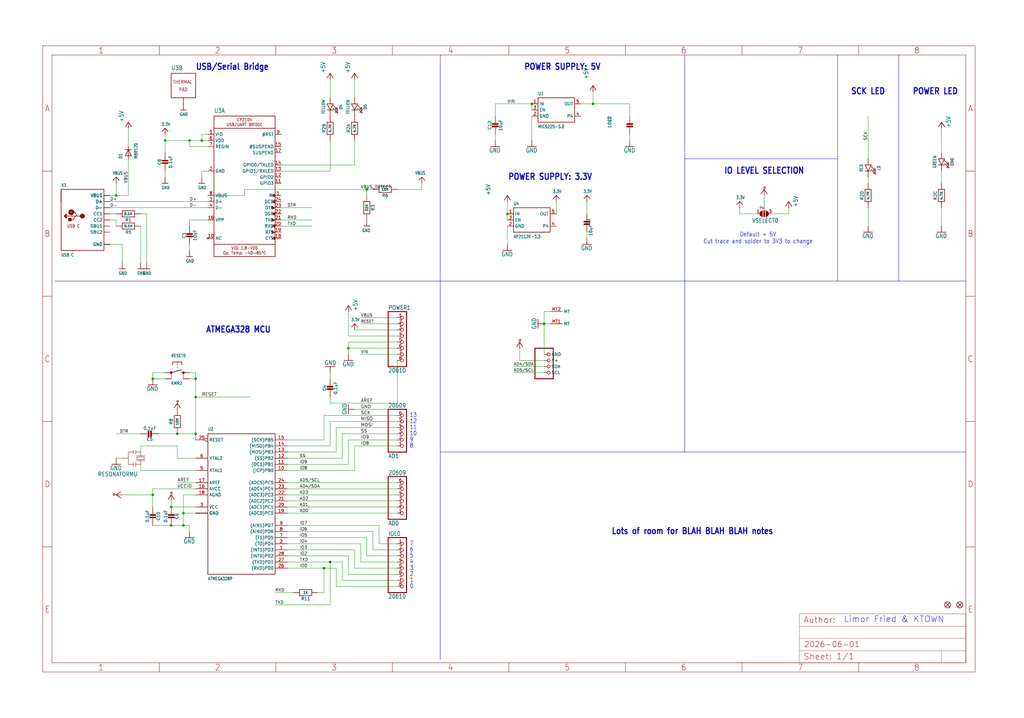
<source format=kicad_sch>
(kicad_sch (version 20230121) (generator eeschema)
  (paper "User" 425.45 298.602)
  (junction (at 81.28 157.48))
  (junction (at 81.28 180.34))
  (junction (at 210.82 88.9))
  (junction (at 78.74 58.42))
  (junction (at 220.98 43.18))
  (junction (at 76.2 213.36))
  (junction (at 63.5 157.48))
  (junction (at 81.28 165.1))
  (junction (at 63.5 205.74))
  (junction (at 152.4 78.74))
  (junction (at 144.78 144.78))
  (junction (at 76.2 218.44))
  (junction (at 83.82 58.42))
  (junction (at 134.62 236.22))
  (junction (at 71.12 210.82))
  (junction (at 71.12 218.44))
  (junction (at 73.66 180.34))
  (junction (at 137.16 233.68))
  (junction (at 68.58 58.42))
  (junction (at 226.06 134.62))
  (junction (at 48.26 81.28))
  (junction (at 246.38 43.18))
  (wire (pts (xy 81.28 182.88) (xy 81.28 180.34)) (stroke (width 0.1524)))
  (wire (pts (xy 48.26 91.44) (xy 48.26 93.98)) (stroke (width 0.1524)))
  (wire (pts (xy 226.06 152.4) (xy 213.36 152.4)) (stroke (width 0.1524)))
  (polyline (pts (xy 347.98 22.86) (xy 347.98 66.04)) (stroke (width 0.1524) (type solid)))
  (wire (pts (xy 81.28 203.2) (xy 63.5 203.2)) (stroke (width 0.1524)))
  (wire (pts (xy 45.72 91.44) (xy 48.26 91.44)) (stroke (width 0.1524)))
  (wire (pts (xy 165.1 243.84) (xy 139.7 243.84)) (stroke (width 0.1524)))
  (wire (pts (xy 152.4 223.52) (xy 152.4 231.14)) (stroke (width 0.1524)))
  (wire (pts (xy 116.84 86.36) (xy 129.54 86.36)) (stroke (width 0.1524)))
  (wire (pts (xy 50.8 101.6) (xy 45.72 101.6)) (stroke (width 0.1524)))
  (wire (pts (xy 58.42 93.98) (xy 58.42 109.22)) (stroke (width 0.1524)))
  (wire (pts (xy 152.4 231.14) (xy 165.1 231.14)) (stroke (width 0.1524)))
  (wire (pts (xy 50.8 109.22) (xy 50.8 101.6)) (stroke (width 0.1524)))
  (wire (pts (xy 53.34 66.04) (xy 53.34 81.28)) (stroke (width 0.1524)))
  (wire (pts (xy 137.16 185.42) (xy 137.16 175.26)) (stroke (width 0.1524)))
  (wire (pts (xy 76.2 213.36) (xy 81.28 213.36)) (stroke (width 0.1524)))
  (wire (pts (xy 165.1 167.64) (xy 137.16 167.64)) (stroke (width 0.1524)))
  (wire (pts (xy 134.62 172.72) (xy 165.1 172.72)) (stroke (width 0.1524)))
  (wire (pts (xy 149.86 147.32) (xy 165.1 147.32)) (stroke (width 0.1524)))
  (wire (pts (xy 226.06 154.94) (xy 213.36 154.94)) (stroke (width 0.1524)))
  (wire (pts (xy 119.38 190.5) (xy 142.24 190.5)) (stroke (width 0.1524)))
  (wire (pts (xy 86.36 91.44) (xy 78.74 91.44)) (stroke (width 0.1524)))
  (wire (pts (xy 81.28 205.74) (xy 76.2 205.74)) (stroke (width 0.1524)))
  (wire (pts (xy 71.12 210.82) (xy 71.12 208.28)) (stroke (width 0.1524)))
  (wire (pts (xy 327.66 86.36) (xy 327.66 88.9)) (stroke (width 0.1524)))
  (wire (pts (xy 134.62 246.38) (xy 132.08 246.38)) (stroke (width 0.1524)))
  (wire (pts (xy 134.62 246.38) (xy 134.62 236.22)) (stroke (width 0.1524)))
  (wire (pts (xy 165.1 233.68) (xy 149.86 233.68)) (stroke (width 0.1524)))
  (polyline (pts (xy 284.48 116.84) (xy 182.88 116.84)) (stroke (width 0.1524) (type solid)))
  (wire (pts (xy 165.1 213.36) (xy 119.38 213.36)) (stroke (width 0.1524)))
  (wire (pts (xy 165.1 228.6) (xy 154.94 228.6)) (stroke (width 0.1524)))
  (wire (pts (xy 165.1 182.88) (xy 144.78 182.88)) (stroke (width 0.1524)))
  (wire (pts (xy 147.32 40.64) (xy 147.32 33.02)) (stroke (width 0.1524)))
  (polyline (pts (xy 182.88 116.84) (xy 182.88 22.86)) (stroke (width 0.1524) (type solid)))
  (wire (pts (xy 137.16 175.26) (xy 165.1 175.26)) (stroke (width 0.1524)))
  (wire (pts (xy 149.86 226.06) (xy 119.38 226.06)) (stroke (width 0.1524)))
  (wire (pts (xy 81.28 195.58) (xy 58.42 195.58)) (stroke (width 0.1524)))
  (wire (pts (xy 307.34 88.9) (xy 314.96 88.9)) (stroke (width 0.1524)))
  (wire (pts (xy 165.1 142.24) (xy 144.78 142.24)) (stroke (width 0.1524)))
  (wire (pts (xy 86.36 71.12) (xy 83.82 71.12)) (stroke (width 0.1524)))
  (polyline (pts (xy 284.48 66.04) (xy 347.98 66.04)) (stroke (width 0.1524) (type solid)))
  (wire (pts (xy 360.68 66.04) (xy 360.68 48.26)) (stroke (width 0.1524)))
  (wire (pts (xy 73.66 185.42) (xy 73.66 190.5)) (stroke (width 0.1524)))
  (wire (pts (xy 63.5 205.74) (xy 63.5 203.2)) (stroke (width 0.1524)))
  (wire (pts (xy 149.86 134.62) (xy 165.1 134.62)) (stroke (width 0.1524)))
  (wire (pts (xy 76.2 218.44) (xy 76.2 213.36)) (stroke (width 0.1524)))
  (wire (pts (xy 83.82 71.12) (xy 83.82 73.66)) (stroke (width 0.1524)))
  (wire (pts (xy 391.16 76.2) (xy 391.16 71.12)) (stroke (width 0.1524)))
  (wire (pts (xy 144.78 144.78) (xy 144.78 147.32)) (stroke (width 0.1524)))
  (wire (pts (xy 119.38 223.52) (xy 152.4 223.52)) (stroke (width 0.1524)))
  (wire (pts (xy 144.78 142.24) (xy 144.78 144.78)) (stroke (width 0.1524)))
  (wire (pts (xy 147.32 185.42) (xy 165.1 185.42)) (stroke (width 0.1524)))
  (wire (pts (xy 81.28 154.94) (xy 81.28 157.48)) (stroke (width 0.1524)))
  (wire (pts (xy 246.38 38.1) (xy 246.38 43.18)) (stroke (width 0.1524)))
  (wire (pts (xy 139.7 243.84) (xy 139.7 236.22)) (stroke (width 0.1524)))
  (wire (pts (xy 58.42 187.96) (xy 58.42 185.42)) (stroke (width 0.1524)))
  (wire (pts (xy 243.84 83.82) (xy 243.84 88.9)) (stroke (width 0.1524)))
  (polyline (pts (xy 182.88 274.32) (xy 182.88 187.96)) (stroke (width 0.1524) (type solid)))
  (polyline (pts (xy 284.48 116.84) (xy 284.48 187.96)) (stroke (width 0.1524) (type solid)))
  (wire (pts (xy 81.28 210.82) (xy 71.12 210.82)) (stroke (width 0.1524)))
  (wire (pts (xy 53.34 81.28) (xy 48.26 81.28)) (stroke (width 0.1524)))
  (wire (pts (xy 78.74 157.48) (xy 81.28 157.48)) (stroke (width 0.1524)))
  (wire (pts (xy 391.16 53.34) (xy 391.16 63.5)) (stroke (width 0.1524)))
  (polyline (pts (xy 373.38 116.84) (xy 401.32 116.84)) (stroke (width 0.1524) (type solid)))
  (wire (pts (xy 101.6 78.74) (xy 152.4 78.74)) (stroke (width 0.1524)))
  (wire (pts (xy 104.14 165.1) (xy 81.28 165.1)) (stroke (width 0.1524)))
  (polyline (pts (xy 284.48 66.04) (xy 284.48 116.84)) (stroke (width 0.1524) (type solid)))
  (wire (pts (xy 78.74 218.44) (xy 78.74 220.98)) (stroke (width 0.1524)))
  (wire (pts (xy 60.96 88.9) (xy 60.96 109.22)) (stroke (width 0.1524)))
  (polyline (pts (xy 284.48 22.86) (xy 284.48 66.04)) (stroke (width 0.1524) (type solid)))
  (wire (pts (xy 68.58 58.42) (xy 68.58 63.5)) (stroke (width 0.1524)))
  (wire (pts (xy 210.82 101.6) (xy 210.82 93.98)) (stroke (width 0.1524)))
  (polyline (pts (xy 347.98 66.04) (xy 347.98 116.84)) (stroke (width 0.1524) (type solid)))
  (wire (pts (xy 137.16 233.68) (xy 142.24 233.68)) (stroke (width 0.1524)))
  (wire (pts (xy 139.7 177.8) (xy 139.7 187.96)) (stroke (width 0.1524)))
  (wire (pts (xy 307.34 86.36) (xy 307.34 88.9)) (stroke (width 0.1524)))
  (wire (pts (xy 116.84 91.44) (xy 129.54 91.44)) (stroke (width 0.1524)))
  (wire (pts (xy 134.62 182.88) (xy 134.62 172.72)) (stroke (width 0.1524)))
  (wire (pts (xy 73.66 180.34) (xy 81.28 180.34)) (stroke (width 0.1524)))
  (wire (pts (xy 76.2 218.44) (xy 71.12 218.44)) (stroke (width 0.1524)))
  (wire (pts (xy 391.16 86.36) (xy 391.16 93.98)) (stroke (width 0.1524)))
  (wire (pts (xy 114.3 246.38) (xy 121.92 246.38)) (stroke (width 0.1524)))
  (wire (pts (xy 220.98 45.72) (xy 220.98 43.18)) (stroke (width 0.1524)))
  (wire (pts (xy 210.82 88.9) (xy 210.82 83.82)) (stroke (width 0.1524)))
  (wire (pts (xy 78.74 154.94) (xy 81.28 154.94)) (stroke (width 0.1524)))
  (wire (pts (xy 129.54 93.98) (xy 116.84 93.98)) (stroke (width 0.1524)))
  (wire (pts (xy 53.34 53.34) (xy 53.34 60.96)) (stroke (width 0.1524)))
  (wire (pts (xy 81.28 157.48) (xy 81.28 165.1)) (stroke (width 0.1524)))
  (wire (pts (xy 139.7 236.22) (xy 134.62 236.22)) (stroke (width 0.1524)))
  (wire (pts (xy 63.5 210.82) (xy 63.5 205.74)) (stroke (width 0.1524)))
  (wire (pts (xy 76.2 205.74) (xy 76.2 213.36)) (stroke (width 0.1524)))
  (polyline (pts (xy 373.38 22.86) (xy 373.38 116.84)) (stroke (width 0.1524) (type solid)))
  (wire (pts (xy 142.24 180.34) (xy 165.1 180.34)) (stroke (width 0.1524)))
  (wire (pts (xy 137.16 185.42) (xy 119.38 185.42)) (stroke (width 0.1524)))
  (wire (pts (xy 243.84 96.52) (xy 243.84 99.06)) (stroke (width 0.1524)))
  (wire (pts (xy 165.1 203.2) (xy 119.38 203.2)) (stroke (width 0.1524)))
  (wire (pts (xy 83.82 58.42) (xy 78.74 58.42)) (stroke (width 0.1524)))
  (wire (pts (xy 119.38 228.6) (xy 147.32 228.6)) (stroke (width 0.1524)))
  (wire (pts (xy 142.24 241.3) (xy 165.1 241.3)) (stroke (width 0.1524)))
  (wire (pts (xy 48.26 81.28) (xy 48.26 76.2)) (stroke (width 0.1524)))
  (wire (pts (xy 58.42 185.42) (xy 73.66 185.42)) (stroke (width 0.1524)))
  (wire (pts (xy 220.98 48.26) (xy 220.98 58.42)) (stroke (width 0.1524)))
  (wire (pts (xy 48.26 180.34) (xy 58.42 180.34)) (stroke (width 0.1524)))
  (wire (pts (xy 228.6 129.54) (xy 226.06 129.54)) (stroke (width 0.1524)))
  (wire (pts (xy 86.36 81.28) (xy 101.6 81.28)) (stroke (width 0.1524)))
  (wire (pts (xy 68.58 157.48) (xy 63.5 157.48)) (stroke (width 0.1524)))
  (wire (pts (xy 68.58 154.94) (xy 63.5 154.94)) (stroke (width 0.1524)))
  (wire (pts (xy 45.72 81.28) (xy 48.26 81.28)) (stroke (width 0.1524)))
  (wire (pts (xy 205.74 43.18) (xy 220.98 43.18)) (stroke (width 0.1524)))
  (wire (pts (xy 83.82 55.88) (xy 83.82 58.42)) (stroke (width 0.1524)))
  (wire (pts (xy 147.32 68.58) (xy 147.32 58.42)) (stroke (width 0.1524)))
  (wire (pts (xy 137.16 251.46) (xy 137.16 233.68)) (stroke (width 0.1524)))
  (wire (pts (xy 137.16 165.1) (xy 137.16 167.64)) (stroke (width 0.1524)))
  (wire (pts (xy 114.3 251.46) (xy 137.16 251.46)) (stroke (width 0.1524)))
  (wire (pts (xy 68.58 71.12) (xy 68.58 73.66)) (stroke (width 0.1524)))
  (wire (pts (xy 154.94 228.6) (xy 154.94 220.98)) (stroke (width 0.1524)))
  (wire (pts (xy 137.16 58.42) (xy 137.16 71.12)) (stroke (width 0.1524)))
  (wire (pts (xy 119.38 182.88) (xy 134.62 182.88)) (stroke (width 0.1524)))
  (wire (pts (xy 165.1 167.64) (xy 165.1 149.86)) (stroke (width 0.1524)))
  (wire (pts (xy 165.1 238.76) (xy 144.78 238.76)) (stroke (width 0.1524)))
  (wire (pts (xy 50.8 190.5) (xy 48.26 190.5)) (stroke (width 0.1524)))
  (wire (pts (xy 261.62 55.88) (xy 261.62 58.42)) (stroke (width 0.1524)))
  (wire (pts (xy 152.4 78.74) (xy 152.4 81.28)) (stroke (width 0.1524)))
  (wire (pts (xy 226.06 134.62) (xy 228.6 134.62)) (stroke (width 0.1524)))
  (wire (pts (xy 50.8 205.74) (xy 63.5 205.74)) (stroke (width 0.1524)))
  (wire (pts (xy 210.82 91.44) (xy 210.82 88.9)) (stroke (width 0.1524)))
  (wire (pts (xy 226.06 147.32) (xy 226.06 134.62)) (stroke (width 0.1524)))
  (wire (pts (xy 45.72 83.82) (xy 86.36 83.82)) (stroke (width 0.1524)))
  (wire (pts (xy 78.74 58.42) (xy 68.58 58.42)) (stroke (width 0.1524)))
  (wire (pts (xy 78.74 91.44) (xy 78.74 93.98)) (stroke (width 0.1524)))
  (polyline (pts (xy 182.88 187.96) (xy 182.88 116.84)) (stroke (width 0.1524) (type solid)))
  (wire (pts (xy 147.32 228.6) (xy 147.32 236.22)) (stroke (width 0.1524)))
  (wire (pts (xy 165.1 132.08) (xy 149.86 132.08)) (stroke (width 0.1524)))
  (wire (pts (xy 360.68 93.98) (xy 360.68 86.36)) (stroke (width 0.1524)))
  (wire (pts (xy 58.42 88.9) (xy 60.96 88.9)) (stroke (width 0.1524)))
  (wire (pts (xy 205.74 43.18) (xy 205.74 48.26)) (stroke (width 0.1524)))
  (wire (pts (xy 142.24 233.68) (xy 142.24 241.3)) (stroke (width 0.1524)))
  (polyline (pts (xy 284.48 116.84) (xy 347.98 116.84)) (stroke (width 0.1524) (type solid)))
  (wire (pts (xy 86.36 60.96) (xy 78.74 60.96)) (stroke (width 0.1524)))
  (wire (pts (xy 78.74 101.6) (xy 78.74 104.14)) (stroke (width 0.1524)))
  (wire (pts (xy 78.74 60.96) (xy 78.74 58.42)) (stroke (width 0.1524)))
  (wire (pts (xy 86.36 55.88) (xy 83.82 55.88)) (stroke (width 0.1524)))
  (wire (pts (xy 144.78 231.14) (xy 119.38 231.14)) (stroke (width 0.1524)))
  (wire (pts (xy 165.1 139.7) (xy 144.78 139.7)) (stroke (width 0.1524)))
  (wire (pts (xy 137.16 33.02) (xy 137.16 40.64)) (stroke (width 0.1524)))
  (wire (pts (xy 165.1 78.74) (xy 175.26 78.74)) (stroke (width 0.1524)))
  (wire (pts (xy 81.28 180.34) (xy 81.28 165.1)) (stroke (width 0.1524)))
  (wire (pts (xy 175.26 78.74) (xy 175.26 76.2)) (stroke (width 0.1524)))
  (wire (pts (xy 76.2 218.44) (xy 78.74 218.44)) (stroke (width 0.1524)))
  (polyline (pts (xy 22.86 116.84) (xy 182.88 116.84)) (stroke (width 0.1524) (type solid)))
  (polyline (pts (xy 401.32 187.96) (xy 284.48 187.96)) (stroke (width 0.1524) (type solid)))
  (wire (pts (xy 241.3 43.18) (xy 246.38 43.18)) (stroke (width 0.1524)))
  (wire (pts (xy 116.84 71.12) (xy 137.16 71.12)) (stroke (width 0.1524)))
  (wire (pts (xy 157.48 218.44) (xy 157.48 226.06)) (stroke (width 0.1524)))
  (wire (pts (xy 119.38 205.74) (xy 165.1 205.74)) (stroke (width 0.1524)))
  (wire (pts (xy 317.5 81.28) (xy 317.5 86.36)) (stroke (width 0.1524)))
  (wire (pts (xy 165.1 177.8) (xy 139.7 177.8)) (stroke (width 0.1524)))
  (wire (pts (xy 165.1 208.28) (xy 119.38 208.28)) (stroke (width 0.1524)))
  (wire (pts (xy 149.86 233.68) (xy 149.86 226.06)) (stroke (width 0.1524)))
  (wire (pts (xy 327.66 88.9) (xy 320.04 88.9)) (stroke (width 0.1524)))
  (wire (pts (xy 73.66 190.5) (xy 81.28 190.5)) (stroke (width 0.1524)))
  (wire (pts (xy 134.62 236.22) (xy 119.38 236.22)) (stroke (width 0.1524)))
  (wire (pts (xy 360.68 76.2) (xy 360.68 73.66)) (stroke (width 0.1524)))
  (wire (pts (xy 86.36 58.42) (xy 83.82 58.42)) (stroke (width 0.1524)))
  (wire (pts (xy 154.94 220.98) (xy 119.38 220.98)) (stroke (width 0.1524)))
  (wire (pts (xy 165.1 137.16) (xy 147.32 137.16)) (stroke (width 0.1524)))
  (wire (pts (xy 101.6 81.28) (xy 101.6 78.74)) (stroke (width 0.1524)))
  (wire (pts (xy 261.62 43.18) (xy 261.62 48.26)) (stroke (width 0.1524)))
  (wire (pts (xy 68.58 58.42) (xy 68.58 55.88)) (stroke (width 0.1524)))
  (wire (pts (xy 231.14 83.82) (xy 231.14 88.9)) (stroke (width 0.1524)))
  (wire (pts (xy 246.38 43.18) (xy 261.62 43.18)) (stroke (width 0.1524)))
  (polyline (pts (xy 284.48 187.96) (xy 182.88 187.96)) (stroke (width 0.1524) (type solid)))
  (wire (pts (xy 58.42 195.58) (xy 58.42 193.04)) (stroke (width 0.1524)))
  (wire (pts (xy 147.32 236.22) (xy 165.1 236.22)) (stroke (width 0.1524)))
  (wire (pts (xy 139.7 187.96) (xy 119.38 187.96)) (stroke (width 0.1524)))
  (wire (pts (xy 205.74 55.88) (xy 205.74 58.42)) (stroke (width 0.1524)))
  (wire (pts (xy 147.32 195.58) (xy 147.32 185.42)) (stroke (width 0.1524)))
  (wire (pts (xy 157.48 226.06) (xy 165.1 226.06)) (stroke (width 0.1524)))
  (wire (pts (xy 215.9 149.86) (xy 215.9 144.78)) (stroke (width 0.1524)))
  (wire (pts (xy 165.1 144.78) (xy 144.78 144.78)) (stroke (width 0.1524)))
  (wire (pts (xy 144.78 129.54) (xy 144.78 139.7)) (stroke (width 0.1524)))
  (wire (pts (xy 226.06 129.54) (xy 226.06 134.62)) (stroke (width 0.1524)))
  (wire (pts (xy 45.72 86.36) (xy 86.36 86.36)) (stroke (width 0.1524)))
  (wire (pts (xy 119.38 195.58) (xy 147.32 195.58)) (stroke (width 0.1524)))
  (wire (pts (xy 81.28 200.66) (xy 73.66 200.66)) (stroke (width 0.1524)))
  (wire (pts (xy 226.06 149.86) (xy 215.9 149.86)) (stroke (width 0.1524)))
  (wire (pts (xy 142.24 190.5) (xy 142.24 180.34)) (stroke (width 0.1524)))
  (wire (pts (xy 63.5 154.94) (xy 63.5 157.48)) (stroke (width 0.1524)))
  (wire (pts (xy 116.84 68.58) (xy 147.32 68.58)) (stroke (width 0.1524)))
  (wire (pts (xy 119.38 210.82) (xy 165.1 210.82)) (stroke (width 0.1524)))
  (wire (pts (xy 45.72 88.9) (xy 48.26 88.9)) (stroke (width 0.1524)))
  (wire (pts (xy 144.78 238.76) (xy 144.78 231.14)) (stroke (width 0.1524)))
  (polyline (pts (xy 347.98 116.84) (xy 373.38 116.84)) (stroke (width 0.1524) (type solid)))
  (wire (pts (xy 165.1 170.18) (xy 147.32 170.18)) (stroke (width 0.1524)))
  (wire (pts (xy 119.38 218.44) (xy 157.48 218.44)) (stroke (width 0.1524)))
  (wire (pts (xy 66.04 180.34) (xy 73.66 180.34)) (stroke (width 0.1524)))
  (wire (pts (xy 119.38 200.66) (xy 165.1 200.66)) (stroke (width 0.1524)))
  (wire (pts (xy 144.78 182.88) (xy 144.78 193.04)) (stroke (width 0.1524)))
  (wire (pts (xy 71.12 218.44) (xy 63.5 218.44)) (stroke (width 0.1524)))
  (wire (pts (xy 119.38 233.68) (xy 137.16 233.68)) (stroke (width 0.1524)))
  (wire (pts (xy 137.16 157.48) (xy 137.16 154.94)) (stroke (width 0.1524)))
  (wire (pts (xy 144.78 193.04) (xy 119.38 193.04)) (stroke (width 0.1524)))
  (wire (pts (xy 152.4 78.74) (xy 154.94 78.74)) (stroke (width 0.1524)))
  (text "12" (at 170.18 175.26 0) (effects (font (size 1.778 1.5113)) (justify left)))
  (text "9" (at 170.18 182.88 0) (effects (font (size 1.778 1.5113)) (justify left)))
  (text "5" (at 170.18 231.14 0) (effects (font (size 1.778 1.5113)) (justify left)))
  (text "11" (at 170.18 177.8 0) (effects (font (size 1.778 1.5113)) (justify left)))
  (text "Default = 5V\nCut trace and solder to 3V3 to change" (at 314.96 99.06 0) (effects (font (size 1.778 1.5113))))
  (text "10" (at 170.18 180.34 0) (effects (font (size 1.778 1.5113)) (justify left)))
  (text "Lots of room for BLAH BLAH BLAH notes" (at 254 220.98 0) (effects (font (size 2.54 2.159) (thickness 0.4318) bold) (justify left)))
  (text "4" (at 170.18 233.68 0) (effects (font (size 1.778 1.5113)) (justify left)))
  (text "3" (at 170.18 236.22 0) (effects (font (size 1.778 1.5113)) (justify left)))
  (text "USB/Serial Bridge" (at 96.52 27.94 0) (effects (font (size 2.54 2.159) (thickness 0.4318) bold)))
  (text "13" (at 170.18 172.72 0) (effects (font (size 1.778 1.5113)) (justify left)))
  (text "8" (at 170.18 185.42 0) (effects (font (size 1.778 1.5113)) (justify left)))
  (text "IO LEVEL SELECTION" (at 317.5 71.12 0) (effects (font (size 2.54 2.159) (thickness 0.4318) bold)))
  (text "POWER LED" (at 388.62 38.1 0) (effects (font (size 2.54 2.159) (thickness 0.4318) bold)))
  (text "POWER SUPPLY: 5V" (at 233.68 27.94 0) (effects (font (size 2.54 2.159) (thickness 0.4318) bold)))
  (text "POWER SUPPLY: 3.3V" (at 228.6 73.66 0) (effects (font (size 2.54 2.159) (thickness 0.4318) bold)))
  (text "SCK LED" (at 360.68 38.1 0) (effects (font (size 2.54 2.159) (thickness 0.4318) bold)))
  (text "0" (at 170.18 243.84 0) (effects (font (size 1.778 1.5113)) (justify left)))
  (text "2" (at 170.18 238.76 0) (effects (font (size 1.778 1.5113)) (justify left)))
  (text "6" (at 170.18 228.6 0) (effects (font (size 1.778 1.5113)) (justify left)))
  (text "ATMEGA328 MCU" (at 99.06 137.16 0) (effects (font (size 2.54 2.159) (thickness 0.4318) bold)))
  (text "7" (at 170.18 226.06 0) (effects (font (size 1.778 1.5113)) (justify left)))
  (text "1" (at 170.18 241.3 0) (effects (font (size 1.778 1.5113)) (justify left)))
  (text "Limor Fried & KTOWN" (at 350.52 259.08 0) (effects (font (size 2.54 2.54)) (justify left bottom)))
  (label "TXD" (at 119.38 93.98 0) (effects (font (size 1.2446 1.2446))))
  (label "AD4/SDA" (at 213.36 152.4 0) (effects (font (size 1.2446 1.2446))))
  (label "RXD" (at 114.3 246.38 0) (effects (font (size 1.2446 1.2446))))
  (label "IO0" (at 124.46 236.22 0) (effects (font (size 1.2446 1.2446))))
  (label "AD5/SCL" (at 213.36 154.94 0) (effects (font (size 1.2446 1.2446))))
  (label "SCK" (at 360.68 58.42 90) (effects (font (size 1.2446 1.2446))))
  (label "IO8" (at 149.86 185.42 0) (effects (font (size 1.3513 1.3513))))
  (label "RXD" (at 119.38 91.44 0) (effects (font (size 1.2446 1.2446))))
  (label "RESET" (at 149.86 134.62 0) (effects (font (size 1.1735 1.1735))))
  (label "MOSI" (at 149.86 177.8 0) (effects (font (size 1.3513 1.3513))))
  (label "IO9" (at 149.86 182.88 0) (effects (font (size 1.3513 1.3513))))
  (label "SS" (at 124.46 190.5 0) (effects (font (size 1.2446 1.2446))))
  (label "IO4" (at 124.46 226.06 0) (effects (font (size 1.2446 1.2446))))
  (label "VBUS_DETECT" (at 149.86 78.74 0) (effects (font (size 1.2446 1.2446))))
  (label "TXD" (at 114.3 251.46 0) (effects (font (size 1.2446 1.2446))))
  (label "IO8" (at 124.46 195.58 0) (effects (font (size 1.2446 1.2446))))
  (label "VCCIO" (at 73.66 203.2 0) (effects (font (size 1.3513 1.3513))))
  (label "VIN" (at 149.86 147.32 0) (effects (font (size 1.2446 1.2446))))
  (label "VIN" (at 210.82 43.18 0) (effects (font (size 1.2446 1.2446))))
  (label "D-" (at 45.72 86.36 0) (effects (font (size 1.2446 1.2446))))
  (label "AD4/SDA" (at 124.46 203.2 0) (effects (font (size 1.2446 1.2446))))
  (label "AD3" (at 124.46 205.74 0) (effects (font (size 1.2446 1.2446))))
  (label "D-" (at 78.74 86.36 0) (effects (font (size 1.2446 1.2446))))
  (label "D+" (at 45.72 83.82 0) (effects (font (size 1.2446 1.2446))))
  (label "AREF" (at 149.86 167.64 0) (effects (font (size 1.3513 1.3513))))
  (label "RESET" (at 83.82 165.1 0) (effects (font (size 1.3513 1.3513))))
  (label "IO9" (at 124.46 193.04 0) (effects (font (size 1.2446 1.2446))))
  (label "AD1" (at 124.46 210.82 0) (effects (font (size 1.2446 1.2446))))
  (label "DTR" (at 119.38 86.36 0) (effects (font (size 1.2446 1.2446))))
  (label "AREF" (at 73.66 200.66 0) (effects (font (size 1.3513 1.3513))))
  (label "AD0" (at 124.46 213.36 0) (effects (font (size 1.2446 1.2446))))
  (label "SS" (at 149.86 180.34 0) (effects (font (size 1.3513 1.3513))))
  (label "TXD" (at 124.46 233.68 0) (effects (font (size 1.2446 1.2446))))
  (label "IO2" (at 124.46 231.14 0) (effects (font (size 1.2446 1.2446))))
  (label "IO3" (at 124.46 228.6 0) (effects (font (size 1.2446 1.2446))))
  (label "MISO" (at 149.86 175.26 0) (effects (font (size 1.3513 1.3513))))
  (label "AD2" (at 124.46 208.28 0) (effects (font (size 1.2446 1.2446))))
  (label "IO5" (at 124.46 223.52 0) (effects (font (size 1.2446 1.2446))))
  (label "IO7" (at 124.46 218.44 0) (effects (font (size 1.2446 1.2446))))
  (label "DTR" (at 53.34 180.34 180) (effects (font (size 1.2446 1.2446))))
  (label "VBUS" (at 149.86 132.08 0) (effects (font (size 1.2446 1.2446))))
  (label "D+" (at 78.74 83.82 0) (effects (font (size 1.2446 1.2446))))
  (label "GND" (at 149.86 170.18 0) (effects (font (size 1.3513 1.3513))))
  (label "VBUS" (at 53.34 76.2 90) (effects (font (size 1.2446 1.2446))))
  (label "SCK" (at 149.86 172.72 0) (effects (font (size 1.3513 1.3513))))
  (label "IO6" (at 124.46 220.98 0) (effects (font (size 1.2446 1.2446))))
  (label "AD5/SCL" (at 124.46 200.66 0) (effects (font (size 1.2446 1.2446))))
  (symbol (lib_id "working-eagle-import:GND") (at 210.82 104.14 0) (unit 1)
    (property "Reference" "#GND1" (effects hide))
    (property "Value" "GND" (at 208.28 106.68 0) (effects (font (size 1.778 1.5113)) (justify left bottom)))
  )
  (symbol (lib_id "working-eagle-import:VCCIO") (at 215.9 142.24 0) (unit 1)
    (property "Reference" "#VCC3" (effects hide))
    (property "Value" "VCCIO" (effects hide))
  )
  (symbol (lib_id "working-eagle-import:CAP_CERAMIC0603_NO") (at 71.12 213.36 180) (unit 1)
    (property "Reference" "C6" (at 73.41 214.61 90))
    (property "Value" "0.1uF" (at 68.82 214.61 90))
    (property "Footprint" "working:0603-NO" (effects hide))
  )
  (symbol (lib_id "working-eagle-import:CAP_CERAMIC0603_NO") (at 63.5 180.34 90) (unit 1)
    (property "Reference" "C5" (at 62.25 182.63 90))
    (property "Value" "0.1uF" (at 62.25 178.04 90))
    (property "Footprint" "working:0603-NO" (effects hide))
  )
  (symbol (lib_id "working-eagle-import:GND") (at 63.5 160.02 0) (unit 1)
    (property "Reference" "#GND12" (effects hide))
    (property "Value" "GND" (at 60.96 162.56 0) (effects (font (size 1.778 1.5113)) (justify left bottom)))
  )
  (symbol (lib_id "working-eagle-import:GND") (at 243.84 101.6 0) (unit 1)
    (property "Reference" "#GND21" (effects hide))
    (property "Value" "GND" (at 241.3 104.14 0) (effects (font (size 1.778 1.5113)) (justify left bottom)))
  )
  (symbol (lib_id "working-eagle-import:GND") (at 360.68 96.52 0) (unit 1)
    (property "Reference" "#GND17" (effects hide))
    (property "Value" "GND" (at 358.14 99.06 0) (effects (font (size 1.778 1.5113)) (justify left bottom)))
  )
  (symbol (lib_id "working-eagle-import:RESISTOR_4PACK") (at 147.32 53.34 90) (unit 1)
    (property "Reference" "R2" (at 144.78 53.34 0))
    (property "Value" "4.7K" (at 147.32 53.34 0) (effects (font (size 1.016 1.016) bold)))
    (property "Footprint" "working:RESPACK_4X0603" (effects hide))
  )
  (symbol (lib_id "working-eagle-import:CAP_CERAMIC0603_NO") (at 68.58 68.58 0) (unit 1)
    (property "Reference" "C8" (at 66.29 67.33 90))
    (property "Value" "0.1uF" (at 70.88 67.33 90))
    (property "Footprint" "working:0603-NO" (effects hide))
  )
  (symbol (lib_id "working-eagle-import:GND") (at 391.16 96.52 0) (unit 1)
    (property "Reference" "#GND14" (effects hide))
    (property "Value" "GND" (at 388.62 99.06 0) (effects (font (size 1.778 1.5113)) (justify left bottom)))
  )
  (symbol (lib_id "working-eagle-import:CAP_CERAMIC0805-NOOUTLINE") (at 205.74 53.34 0) (unit 1)
    (property "Reference" "C12" (at 203.45 52.09 90))
    (property "Value" "10uF" (at 208.04 52.09 90))
    (property "Footprint" "working:0805-NO" (effects hide))
  )
  (symbol (lib_id "working-eagle-import:RESISTOR_0603_NOOUT") (at 152.4 86.36 270) (mirror x) (unit 1)
    (property "Reference" "R3" (at 154.94 86.36 0))
    (property "Value" "22K" (at 152.4 86.36 0) (effects (font (size 1.016 1.016) bold)))
    (property "Footprint" "working:0603-NO" (effects hide))
  )
  (symbol (lib_id "working-eagle-import:microbuilder_GND") (at 60.96 111.76 0) (unit 1)
    (property "Reference" "#U$17" (effects hide))
    (property "Value" "GND" (at 59.436 114.3 0) (effects (font (size 1.27 1.0795)) (justify left bottom)))
  )
  (symbol (lib_id "working-eagle-import:VCCIO") (at 48.26 205.74 90) (unit 1)
    (property "Reference" "#VCC1" (effects hide))
    (property "Value" "VCCIO" (effects hide))
  )
  (symbol (lib_id "working-eagle-import:FIDUCIAL_1MM") (at 398.78 251.46 0) (unit 1)
    (property "Reference" "FD2" (effects hide))
    (property "Value" "FIDUCIAL_1MM" (effects hide))
    (property "Footprint" "working:FIDUCIAL_1MM" (effects hide))
  )
  (symbol (lib_id "working-eagle-import:3.3V") (at 147.32 134.62 0) (unit 1)
    (property "Reference" "#U$8" (effects hide))
    (property "Value" "3.3V" (at 145.796 133.604 0) (effects (font (size 1.27 1.0795)) (justify left bottom)))
  )
  (symbol (lib_id "working-eagle-import:3.3V") (at 68.58 53.34 0) (unit 1)
    (property "Reference" "#U$1" (effects hide))
    (property "Value" "3.3V" (at 67.056 52.324 0) (effects (font (size 1.27 1.0795)) (justify left bottom)))
  )
  (symbol (lib_id "working-eagle-import:RESISTOR_0603_NOOUT") (at 160.02 78.74 0) (mirror x) (unit 1)
    (property "Reference" "R6" (at 160.02 81.28 0))
    (property "Value" "10K" (at 160.02 78.74 0) (effects (font (size 1.016 1.016) bold)))
    (property "Footprint" "working:0603-NO" (effects hide))
  )
  (symbol (lib_id "working-eagle-import:GND") (at 220.98 60.96 0) (unit 1)
    (property "Reference" "#GND11" (effects hide))
    (property "Value" "GND" (at 218.44 63.5 0) (effects (font (size 1.778 1.5113)) (justify left bottom)))
  )
  (symbol (lib_id "working-eagle-import:LED0603_NOOUTLINE") (at 360.68 71.12 270) (unit 1)
    (property "Reference" "L0" (at 365.125 69.85 0) (effects (font (size 1.27 1.0795))))
    (property "Value" "RED" (at 357.886 69.85 0) (effects (font (size 1.27 1.0795))))
    (property "Footprint" "working:CHIPLED_0603_NOOUTLINE" (effects hide))
  )
  (symbol (lib_id "working-eagle-import:GND") (at 205.74 60.96 0) (unit 1)
    (property "Reference" "#GND25" (effects hide))
    (property "Value" "GND" (at 203.2 63.5 0) (effects (font (size 1.778 1.5113)) (justify left bottom)))
  )
  (symbol (lib_id "working-eagle-import:STEMMA_I2C_QT") (at 226.06 152.4 0) (unit 1)
    (property "Reference" "CONN1" (effects hide))
    (property "Value" "STEMMA_I2C_QT" (effects hide))
    (property "Footprint" "working:JST_SH4" (effects hide))
  )
  (symbol (lib_id "working-eagle-import:FIDUCIAL_1MM") (at 393.7 251.46 0) (unit 1)
    (property "Reference" "FD1" (effects hide))
    (property "Value" "FIDUCIAL_1MM" (effects hide))
    (property "Footprint" "working:FIDUCIAL_1MM" (effects hide))
  )
  (symbol (lib_id "working-eagle-import:SOLDERJUMPER_2WAY") (at 317.5 88.9 0) (unit 1)
    (property "Reference" "VSELECT0" (at 312.42 92.71 0) (effects (font (size 1.778 1.5113)) (justify left bottom)))
    (property "Value" "SOLDERJUMPER_2WAY" (effects hide))
    (property "Footprint" "working:SOLDERJUMPER_2WAY_OPEN_NOPASTE" (effects hide))
  )
  (symbol (lib_id "working-eagle-import:GND") (at 137.16 152.4 180) (unit 1)
    (property "Reference" "#GND13" (effects hide))
    (property "Value" "GND" (at 139.7 149.86 0) (effects (font (size 1.778 1.5113)) (justify left bottom)))
  )
  (symbol (lib_id "working-eagle-import:VREG_SOT23-5") (at 220.98 91.44 0) (unit 1)
    (property "Reference" "U4" (at 213.36 85.344 0) (effects (font (size 1.27 1.0795)) (justify left bottom)))
    (property "Value" "AP2112K-3.3" (at 213.36 99.06 0) (effects (font (size 1.27 1.0795)) (justify left bottom)))
    (property "Footprint" "working:SOT23-5" (effects hide))
  )
  (symbol (lib_id "working-eagle-import:SWITCH_TACT_SMT4.6X2.8") (at 73.66 154.94 0) (unit 1)
    (property "Reference" "RESET0" (at 71.12 148.59 0) (effects (font (size 1.27 1.0795)) (justify left bottom)))
    (property "Value" "KMR2" (at 71.12 160.02 0) (effects (font (size 1.27 1.0795)) (justify left bottom)))
    (property "Footprint" "working:BTN_KMR2_4.6X2.8" (effects hide))
  )
  (symbol (lib_id "working-eagle-import:A3L-LOC-MOD") (at 17.78 279.4 0) (unit 1)
    (property "Reference" "#FRAME1" (effects hide))
    (property "Value" "A3L-LOC-MOD" (effects hide))
  )
  (symbol (lib_id "working-eagle-import:RESISTOR_0603_NOOUT") (at 73.66 175.26 90) (unit 1)
    (property "Reference" "R8" (at 71.12 175.26 0))
    (property "Value" "10K" (at 73.66 175.26 0) (effects (font (size 1.016 1.016) bold)))
    (property "Footprint" "working:0603-NO" (effects hide))
  )
  (symbol (lib_id "working-eagle-import:3.3V") (at 231.14 81.28 0) (unit 1)
    (property "Reference" "#U$3" (effects hide))
    (property "Value" "3.3V" (at 229.616 80.264 0) (effects (font (size 1.27 1.0795)) (justify left bottom)))
  )
  (symbol (lib_id "working-eagle-import:+5V") (at 246.38 35.56 0) (unit 1)
    (property "Reference" "#P+14" (effects hide))
    (property "Value" "+5V" (at 244.475 33.02 90) (effects (font (size 1.778 1.5113)) (justify left bottom)))
  )
  (symbol (lib_id "working-eagle-import:+5V") (at 210.82 81.28 0) (unit 1)
    (property "Reference" "#P+3" (effects hide))
    (property "Value" "+5V" (at 203.835 81.28 90) (effects (font (size 1.778 1.5113)) (justify left bottom)))
  )
  (symbol (lib_id "working-eagle-import:RESISTOR_4PACK") (at 137.16 53.34 90) (unit 2)
    (property "Reference" "R2" (at 134.62 53.34 0))
    (property "Value" "4.7K" (at 137.16 53.34 0) (effects (font (size 1.016 1.016) bold)))
    (property "Footprint" "working:RESPACK_4X0603" (effects hide))
  )
  (symbol (lib_id "working-eagle-import:ATMEGA328P-MM") (at 101.6 208.28 0) (unit 1)
    (property "Reference" "U2" (at 86.36 179.07 0) (effects (font (size 1.27 1.0795)) (justify left bottom)))
    (property "Value" "ATMEGA328P" (at 86.36 241.3 0) (effects (font (size 1.27 1.0795)) (justify left bottom)))
    (property "Footprint" "working:QFN28_4MM_.45MM" (effects hide))
  )
  (symbol (lib_id "working-eagle-import:RESISTOR_0603_NOOUT") (at 53.34 93.98 180) (unit 1)
    (property "Reference" "R5" (at 53.34 96.52 0))
    (property "Value" "5.1K" (at 53.34 93.98 0) (effects (font (size 1.016 1.016) bold)))
    (property "Footprint" "working:0603-NO" (effects hide))
  )
  (symbol (lib_id "working-eagle-import:CP2104") (at 76.2 35.56 0) (unit 2)
    (property "Reference" "U3" (at 71.12 29.21 0) (effects (font (size 1.778 1.5113)) (justify left bottom)))
    (property "Value" "CP210x" (effects hide))
    (property "Footprint" "working:QFN24_4MM_SMSC" (effects hide))
  )
  (symbol (lib_id "working-eagle-import:microbuilder_GND") (at 152.4 93.98 0) (mirror y) (unit 1)
    (property "Reference" "#U$11" (effects hide))
    (property "Value" "GND" (at 153.924 96.52 0) (effects (font (size 1.27 1.0795)) (justify left bottom)))
  )
  (symbol (lib_id "working-eagle-import:RESISTOR_0603_NOOUT") (at 127 246.38 180) (unit 1)
    (property "Reference" "R11" (at 127 248.92 0))
    (property "Value" "1K" (at 127 246.38 0) (effects (font (size 1.016 1.016) bold)))
    (property "Footprint" "working:0603-NO" (effects hide))
  )
  (symbol (lib_id "working-eagle-import:GND") (at 261.62 60.96 0) (unit 1)
    (property "Reference" "#GND7" (effects hide))
    (property "Value" "GND" (at 259.08 63.5 0) (effects (font (size 1.778 1.5113)) (justify left bottom)))
  )
  (symbol (lib_id "working-eagle-import:RESONATORMU") (at 58.42 190.5 0) (unit 1)
    (property "Reference" "Y2" (effects hide))
    (property "Value" "RESONATORMU" (at 40.64 198.12 0) (effects (font (size 1.778 1.5113)) (justify left bottom)))
    (property "Footprint" "working:RESONATOR" (effects hide))
  )
  (symbol (lib_id "working-eagle-import:GND") (at 144.78 149.86 0) (unit 1)
    (property "Reference" "#GND5" (effects hide))
    (property "Value" "GND" (at 142.24 152.4 0) (effects (font (size 1.778 1.5113)) (justify left bottom)))
  )
  (symbol (lib_id "working-eagle-import:LED0603_NOOUTLINE") (at 391.16 68.58 270) (unit 1)
    (property "Reference" "ON0" (at 395.605 67.31 0) (effects (font (size 1.27 1.0795))))
    (property "Value" "GREEN" (at 388.366 67.31 0) (effects (font (size 1.27 1.0795))))
    (property "Footprint" "working:CHIPLED_0603_NOOUTLINE" (effects hide))
  )
  (symbol (lib_id "working-eagle-import:USB_C") (at 35.56 91.44 0) (unit 1)
    (property "Reference" "X3" (at 25.4 77.724 0) (effects (font (size 1.27 1.0795)) (justify left bottom)))
    (property "Value" "USB C" (at 25.4 106.68 0) (effects (font (size 1.27 1.0795)) (justify left bottom)))
    (property "Footprint" "working:USB_C_CUSB31-CFM2AX-01-X" (effects hide))
  )
  (symbol (lib_id "working-eagle-import:microbuilder_GND") (at 83.82 76.2 0) (unit 1)
    (property "Reference" "#U$15" (effects hide))
    (property "Value" "GND" (at 82.296 78.74 0) (effects (font (size 1.27 1.0795)) (justify left bottom)))
  )
  (symbol (lib_id "working-eagle-import:CAP_CERAMIC0805-NOOUTLINE") (at 243.84 91.44 0) (mirror x) (unit 1)
    (property "Reference" "C3" (at 245.237 90.805 90) (effects (justify left bottom)))
    (property "Value" "10uF" (at 246.126 93.345 90) (effects (justify left bottom)))
    (property "Footprint" "working:0805-NO" (effects hide))
  )
  (symbol (lib_id "working-eagle-import:GND") (at 223.52 134.62 270) (unit 1)
    (property "Reference" "#GND4" (effects hide))
    (property "Value" "GND" (at 220.98 132.08 0) (effects (font (size 1.778 1.5113)) (justify left bottom)))
  )
  (symbol (lib_id "working-eagle-import:RESISTOR_0603_NOOUT") (at 53.34 88.9 180) (unit 1)
    (property "Reference" "R1" (at 53.34 91.44 0))
    (property "Value" "5.1K" (at 53.34 88.9 0) (effects (font (size 1.016 1.016) bold)))
    (property "Footprint" "working:0603-NO" (effects hide))
  )
  (symbol (lib_id "working-eagle-import:3.3V") (at 243.84 81.28 0) (unit 1)
    (property "Reference" "#U$2" (effects hide))
    (property "Value" "3.3V" (at 242.316 80.264 0) (effects (font (size 1.27 1.0795)) (justify left bottom)))
  )
  (symbol (lib_id "working-eagle-import:microbuilder_GND") (at 78.74 106.68 0) (unit 1)
    (property "Reference" "#U$16" (effects hide))
    (property "Value" "GND" (at 77.216 109.22 0) (effects (font (size 1.27 1.0795)) (justify left bottom)))
  )
  (symbol (lib_id "working-eagle-import:HEADER-1X8ROUND") (at 167.64 236.22 0) (unit 1)
    (property "Reference" "IOL0" (at 161.29 222.885 0) (effects (font (size 1.778 1.5113)) (justify left bottom)))
    (property "Value" "20610" (at 161.29 248.92 0) (effects (font (size 1.778 1.5113)) (justify left bottom)))
    (property "Footprint" "working:1X08_ROUND" (effects hide))
  )
  (symbol (lib_id "working-eagle-import:STEMMA_I2C_QT") (at 228.6 134.62 0) (unit 2)
    (property "Reference" "CONN1" (effects hide))
    (property "Value" "STEMMA_I2C_QT" (effects hide))
    (property "Footprint" "working:JST_SH4" (effects hide))
  )
  (symbol (lib_id "working-eagle-import:VCCIO") (at 71.12 205.74 0) (unit 1)
    (property "Reference" "#VCC4" (effects hide))
    (property "Value" "VCCIO" (effects hide))
  )
  (symbol (lib_id "working-eagle-import:microbuilder_GND") (at 76.2 45.72 0) (unit 1)
    (property "Reference" "#U$26" (effects hide))
    (property "Value" "GND" (at 74.676 48.26 0) (effects (font (size 1.27 1.0795)) (justify left bottom)))
  )
  (symbol (lib_id "working-eagle-import:HEADER-1X6ROUND") (at 167.64 177.8 0) (mirror x) (unit 1)
    (property "Reference" "AD1" (at 161.29 188.595 0) (effects (font (size 1.778 1.5113)) (justify left bottom)))
    (property "Value" "20609" (at 161.29 167.64 0) (effects (font (size 1.778 1.5113)) (justify left bottom)))
    (property "Footprint" "working:1X06_ROUND" (effects hide))
  )
  (symbol (lib_id "working-eagle-import:+5V") (at 144.78 127 0) (unit 1)
    (property "Reference" "#P+4" (effects hide))
    (property "Value" "+5V" (at 146.685 124.46 90) (effects (font (size 1.778 1.5113)) (justify right top)))
  )
  (symbol (lib_id "working-eagle-import:VBUS") (at 175.26 73.66 0) (mirror y) (unit 1)
    (property "Reference" "#U$25" (effects hide))
    (property "Value" "VBUS" (at 176.784 72.644 0) (effects (font (size 1.27 1.0795)) (justify left bottom)))
  )
  (symbol (lib_id "working-eagle-import:LED0603_NOOUTLINE") (at 147.32 45.72 270) (unit 1)
    (property "Reference" "D5" (at 151.765 44.45 0) (effects (font (size 1.27 1.0795))))
    (property "Value" "YELLOW" (at 144.526 44.45 0) (effects (font (size 1.27 1.0795))))
    (property "Footprint" "working:CHIPLED_0603_NOOUTLINE" (effects hide))
  )
  (symbol (lib_id "working-eagle-import:CAP_CERAMIC0603_NO") (at 63.5 213.36 180) (unit 1)
    (property "Reference" "C10" (at 65.79 214.61 90))
    (property "Value" "0.1uF" (at 61.2 214.61 90))
    (property "Footprint" "working:0603-NO" (effects hide))
  )
  (symbol (lib_id "working-eagle-import:3.3V") (at 307.34 83.82 0) (unit 1)
    (property "Reference" "#U$9" (effects hide))
    (property "Value" "3.3V" (at 305.816 82.804 0) (effects (font (size 1.27 1.0795)) (justify left bottom)))
  )
  (symbol (lib_id "working-eagle-import:+5V") (at 137.16 30.48 0) (unit 1)
    (property "Reference" "#P+7" (effects hide))
    (property "Value" "+5V" (at 135.255 30.48 90) (effects (font (size 1.778 1.5113)) (justify left bottom)))
  )
  (symbol (lib_id "working-eagle-import:CP2104") (at 101.6 76.2 0) (unit 1)
    (property "Reference" "U3" (at 88.9 46.99 0) (effects (font (size 1.778 1.5113)) (justify left bottom)))
    (property "Value" "CP210x" (effects hide))
    (property "Footprint" "working:QFN24_4MM_SMSC" (effects hide))
  )
  (symbol (lib_id "working-eagle-import:DIODE_MINISOD123") (at 53.34 63.5 90) (unit 1)
    (property "Reference" "D1" (at 50.8 66.04 0) (effects (font (size 1.27 1.0795)) (justify left bottom)))
    (property "Value" "MBR120" (at 57.15 66.04 0) (effects (font (size 1.27 1.0795)) (justify left bottom)))
    (property "Footprint" "working:SOD-123FL" (effects hide))
  )
  (symbol (lib_id "working-eagle-import:VCCIO") (at 73.66 167.64 0) (unit 1)
    (property "Reference" "#VCC2" (effects hide))
    (property "Value" "VCCIO" (effects hide))
  )
  (symbol (lib_id "working-eagle-import:GND") (at 78.74 223.52 0) (unit 1)
    (property "Reference" "#GND2" (effects hide))
    (property "Value" "GND" (at 76.2 226.06 0) (effects (font (size 1.778 1.5113)) (justify left bottom)))
  )
  (symbol (lib_id "working-eagle-import:RESISTOR_4PACK") (at 391.16 81.28 90) (unit 3)
    (property "Reference" "R2" (at 388.62 81.28 0))
    (property "Value" "4.7K" (at 391.16 81.28 0) (effects (font (size 1.016 1.016) bold)))
    (property "Footprint" "working:RESPACK_4X0603" (effects hide))
  )
  (symbol (lib_id "working-eagle-import:adafruit_power_VBUS") (at 48.26 73.66 0) (unit 1)
    (property "Reference" "#U$28" (effects hide))
    (property "Value" "VBUS" (at 46.736 72.644 0) (effects (font (size 1.27 1.0795)) (justify left bottom)))
  )
  (symbol (lib_id "working-eagle-import:GND") (at 48.26 193.04 0) (unit 1)
    (property "Reference" "#GND3" (effects hide))
    (property "Value" "GND" (at 45.72 195.58 0) (effects (font (size 1.778 1.5113)) (justify left bottom)))
  )
  (symbol (lib_id "working-eagle-import:+5V") (at 327.66 83.82 0) (unit 1)
    (property "Reference" "#P+1" (effects hide))
    (property "Value" "+5V" (at 329.565 81.28 90) (effects (font (size 1.778 1.5113)) (justify right top)))
  )
  (symbol (lib_id "working-eagle-import:CAP_CERAMIC0805-NOOUTLINE") (at 261.62 50.8 180) (unit 1)
    (property "Reference" "C2" (at 254 50.8 90) (effects (justify right top)))
    (property "Value" "10uF" (at 254 53.34 90) (effects (justify right top)))
    (property "Footprint" "working:0805-NO" (effects hide))
  )
  (symbol (lib_id "working-eagle-import:RESISTOR_4PACK") (at 360.68 81.28 90) (unit 4)
    (property "Reference" "R2" (at 358.14 81.28 0))
    (property "Value" "4.7K" (at 360.68 81.28 0) (effects (font (size 1.016 1.016) bold)))
    (property "Footprint" "working:RESPACK_4X0603" (effects hide))
  )
  (symbol (lib_id "working-eagle-import:microbuilder_GND") (at 58.42 111.76 0) (unit 1)
    (property "Reference" "#U$13" (effects hide))
    (property "Value" "GND" (at 56.896 114.3 0) (effects (font (size 1.27 1.0795)) (justify left bottom)))
  )
  (symbol (lib_id "working-eagle-import:CAP_CERAMIC0603_NO") (at 137.16 162.56 0) (unit 1)
    (property "Reference" "C4" (at 134.87 161.31 90))
    (property "Value" "0.1uF" (at 139.46 161.31 90))
    (property "Footprint" "working:0603-NO" (effects hide))
  )
  (symbol (lib_id "working-eagle-import:HEADER-1X6ROUND") (at 167.64 205.74 0) (mirror x) (unit 1)
    (property "Reference" "AD0" (at 161.29 216.535 0) (effects (font (size 1.778 1.5113)) (justify left bottom)))
    (property "Value" "20609" (at 161.29 195.58 0) (effects (font (size 1.778 1.5113)) (justify left bottom)))
    (property "Footprint" "working:1X06_ROUND" (effects hide))
  )
  (symbol (lib_id "working-eagle-import:VCCIO") (at 317.5 78.74 0) (unit 1)
    (property "Reference" "#VCC5" (effects hide))
    (property "Value" "VCCIO" (effects hide))
  )
  (symbol (lib_id "working-eagle-import:+5V") (at 391.16 50.8 0) (unit 1)
    (property "Reference" "#P+5" (effects hide))
    (property "Value" "+5V" (at 393.065 48.26 90) (effects (font (size 1.778 1.5113)) (justify right top)))
  )
  (symbol (lib_id "working-eagle-import:+5V") (at 147.32 30.48 0) (unit 1)
    (property "Reference" "#P+8" (effects hide))
    (property "Value" "+5V" (at 145.415 30.48 90) (effects (font (size 1.778 1.5113)) (justify left bottom)))
  )
  (symbol (lib_id "working-eagle-import:+5V") (at 53.34 50.8 0) (unit 1)
    (property "Reference" "#P+2" (effects hide))
    (property "Value" "+5V" (at 51.435 50.8 90) (effects (font (size 1.778 1.5113)) (justify left bottom)))
  )
  (symbol (lib_id "working-eagle-import:microbuilder_GND") (at 50.8 111.76 0) (unit 1)
    (property "Reference" "#U$23" (effects hide))
    (property "Value" "GND" (at 49.276 114.3 0) (effects (font (size 1.27 1.0795)) (justify left bottom)))
  )
  (symbol (lib_id "working-eagle-import:GND") (at 144.78 170.18 270) (unit 1)
    (property "Reference" "#GND6" (effects hide))
    (property "Value" "GND" (at 142.24 167.64 0) (effects (font (size 1.778 1.5113)) (justify left bottom)))
  )
  (symbol (lib_id "working-eagle-import:LED0603_NOOUTLINE") (at 137.16 45.72 270) (unit 1)
    (property "Reference" "D4" (at 141.605 44.45 0) (effects (font (size 1.27 1.0795))))
    (property "Value" "YELLOW" (at 134.366 44.45 0) (effects (font (size 1.27 1.0795))))
    (property "Footprint" "working:CHIPLED_0603_NOOUTLINE" (effects hide))
  )
  (symbol (lib_id "working-eagle-import:HEADER-1X870MIL") (at 167.64 142.24 0) (unit 1)
    (property "Reference" "POWER1" (at 161.29 128.905 0) (effects (font (size 1.778 1.5113)) (justify left bottom)))
    (property "Value" "20610" (at 161.29 154.94 0) (effects (font (size 1.778 1.5113)) (justify left bottom)))
    (property "Footprint" "working:1X08_ROUND_70" (effects hide))
  )
  (symbol (lib_id "working-eagle-import:CAP_CERAMIC0805-NOOUTLINE") (at 78.74 99.06 0) (unit 1)
    (property "Reference" "C1" (at 76.45 97.81 90))
    (property "Value" "10uF" (at 81.04 97.81 90))
    (property "Footprint" "working:0805-NO" (effects hide))
  )
  (symbol (lib_id "working-eagle-import:STEMMA_I2C_QT") (at 228.6 129.54 0) (unit 3)
    (property "Reference" "CONN1" (effects hide))
    (property "Value" "STEMMA_I2C_QT" (effects hide))
    (property "Footprint" "working:JST_SH4" (effects hide))
  )
  (symbol (lib_id "working-eagle-import:VREG_SOT23-5") (at 231.14 45.72 0) (unit 1)
    (property "Reference" "U1" (at 223.52 39.624 0) (effects (font (size 1.27 1.0795)) (justify left bottom)))
    (property "Value" "MIC5225-5.0" (at 223.52 53.34 0) (effects (font (size 1.27 1.0795)) (justify left bottom)))
    (property "Footprint" "working:SOT23-5" (effects hide))
  )
  (symbol (lib_id "working-eagle-import:microbuilder_GND") (at 68.58 76.2 0) (unit 1)
    (property "Reference" "#U$19" (effects hide))
    (property "Value" "GND" (at 67.056 78.74 0) (effects (font (size 1.27 1.0795)) (justify left bottom)))
  )
)
</source>
